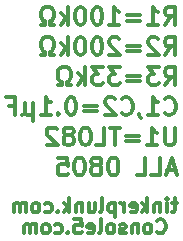
<source format=gbo>
G04 #@! TF.GenerationSoftware,KiCad,Pcbnew,(5.1.5)-3*
G04 #@! TF.CreationDate,2020-06-08T15:14:45-04:00*
G04 #@! TF.ProjectId,Vextrex Buzz Fix,56657874-7265-4782-9042-757a7a204669,rev?*
G04 #@! TF.SameCoordinates,Original*
G04 #@! TF.FileFunction,Legend,Bot*
G04 #@! TF.FilePolarity,Positive*
%FSLAX46Y46*%
G04 Gerber Fmt 4.6, Leading zero omitted, Abs format (unit mm)*
G04 Created by KiCad (PCBNEW (5.1.5)-3) date 2020-06-08 15:14:45*
%MOMM*%
%LPD*%
G04 APERTURE LIST*
%ADD10C,0.300000*%
G04 APERTURE END LIST*
D10*
X154891714Y-114728571D02*
X154948857Y-114785714D01*
X155120285Y-114842857D01*
X155234571Y-114842857D01*
X155406000Y-114785714D01*
X155520285Y-114671428D01*
X155577428Y-114557142D01*
X155634571Y-114328571D01*
X155634571Y-114157142D01*
X155577428Y-113928571D01*
X155520285Y-113814285D01*
X155406000Y-113700000D01*
X155234571Y-113642857D01*
X155120285Y-113642857D01*
X154948857Y-113700000D01*
X154891714Y-113757142D01*
X154206000Y-114842857D02*
X154320285Y-114785714D01*
X154377428Y-114728571D01*
X154434571Y-114614285D01*
X154434571Y-114271428D01*
X154377428Y-114157142D01*
X154320285Y-114100000D01*
X154206000Y-114042857D01*
X154034571Y-114042857D01*
X153920285Y-114100000D01*
X153863142Y-114157142D01*
X153806000Y-114271428D01*
X153806000Y-114614285D01*
X153863142Y-114728571D01*
X153920285Y-114785714D01*
X154034571Y-114842857D01*
X154206000Y-114842857D01*
X153291714Y-114042857D02*
X153291714Y-114842857D01*
X153291714Y-114157142D02*
X153234571Y-114100000D01*
X153120285Y-114042857D01*
X152948857Y-114042857D01*
X152834571Y-114100000D01*
X152777428Y-114214285D01*
X152777428Y-114842857D01*
X152263142Y-114785714D02*
X152148857Y-114842857D01*
X151920285Y-114842857D01*
X151806000Y-114785714D01*
X151748857Y-114671428D01*
X151748857Y-114614285D01*
X151806000Y-114500000D01*
X151920285Y-114442857D01*
X152091714Y-114442857D01*
X152206000Y-114385714D01*
X152263142Y-114271428D01*
X152263142Y-114214285D01*
X152206000Y-114100000D01*
X152091714Y-114042857D01*
X151920285Y-114042857D01*
X151806000Y-114100000D01*
X151063142Y-114842857D02*
X151177428Y-114785714D01*
X151234571Y-114728571D01*
X151291714Y-114614285D01*
X151291714Y-114271428D01*
X151234571Y-114157142D01*
X151177428Y-114100000D01*
X151063142Y-114042857D01*
X150891714Y-114042857D01*
X150777428Y-114100000D01*
X150720285Y-114157142D01*
X150663142Y-114271428D01*
X150663142Y-114614285D01*
X150720285Y-114728571D01*
X150777428Y-114785714D01*
X150891714Y-114842857D01*
X151063142Y-114842857D01*
X149977428Y-114842857D02*
X150091714Y-114785714D01*
X150148857Y-114671428D01*
X150148857Y-113642857D01*
X149063142Y-114785714D02*
X149177428Y-114842857D01*
X149406000Y-114842857D01*
X149520285Y-114785714D01*
X149577428Y-114671428D01*
X149577428Y-114214285D01*
X149520285Y-114100000D01*
X149406000Y-114042857D01*
X149177428Y-114042857D01*
X149063142Y-114100000D01*
X149006000Y-114214285D01*
X149006000Y-114328571D01*
X149577428Y-114442857D01*
X147920285Y-113642857D02*
X148491714Y-113642857D01*
X148548857Y-114214285D01*
X148491714Y-114157142D01*
X148377428Y-114100000D01*
X148091714Y-114100000D01*
X147977428Y-114157142D01*
X147920285Y-114214285D01*
X147863142Y-114328571D01*
X147863142Y-114614285D01*
X147920285Y-114728571D01*
X147977428Y-114785714D01*
X148091714Y-114842857D01*
X148377428Y-114842857D01*
X148491714Y-114785714D01*
X148548857Y-114728571D01*
X147348857Y-114728571D02*
X147291714Y-114785714D01*
X147348857Y-114842857D01*
X147406000Y-114785714D01*
X147348857Y-114728571D01*
X147348857Y-114842857D01*
X146263142Y-114785714D02*
X146377428Y-114842857D01*
X146606000Y-114842857D01*
X146720285Y-114785714D01*
X146777428Y-114728571D01*
X146834571Y-114614285D01*
X146834571Y-114271428D01*
X146777428Y-114157142D01*
X146720285Y-114100000D01*
X146606000Y-114042857D01*
X146377428Y-114042857D01*
X146263142Y-114100000D01*
X145577428Y-114842857D02*
X145691714Y-114785714D01*
X145748857Y-114728571D01*
X145806000Y-114614285D01*
X145806000Y-114271428D01*
X145748857Y-114157142D01*
X145691714Y-114100000D01*
X145577428Y-114042857D01*
X145406000Y-114042857D01*
X145291714Y-114100000D01*
X145234571Y-114157142D01*
X145177428Y-114271428D01*
X145177428Y-114614285D01*
X145234571Y-114728571D01*
X145291714Y-114785714D01*
X145406000Y-114842857D01*
X145577428Y-114842857D01*
X144663142Y-114842857D02*
X144663142Y-114042857D01*
X144663142Y-114157142D02*
X144606000Y-114100000D01*
X144491714Y-114042857D01*
X144320285Y-114042857D01*
X144206000Y-114100000D01*
X144148857Y-114214285D01*
X144148857Y-114842857D01*
X144148857Y-114214285D02*
X144091714Y-114100000D01*
X143977428Y-114042857D01*
X143806000Y-114042857D01*
X143691714Y-114100000D01*
X143634571Y-114214285D01*
X143634571Y-114842857D01*
X156606000Y-112264857D02*
X156148857Y-112264857D01*
X156434571Y-111864857D02*
X156434571Y-112893428D01*
X156377428Y-113007714D01*
X156263142Y-113064857D01*
X156148857Y-113064857D01*
X155748857Y-113064857D02*
X155748857Y-112264857D01*
X155748857Y-111864857D02*
X155806000Y-111922000D01*
X155748857Y-111979142D01*
X155691714Y-111922000D01*
X155748857Y-111864857D01*
X155748857Y-111979142D01*
X155177428Y-112264857D02*
X155177428Y-113064857D01*
X155177428Y-112379142D02*
X155120285Y-112322000D01*
X155006000Y-112264857D01*
X154834571Y-112264857D01*
X154720285Y-112322000D01*
X154663142Y-112436285D01*
X154663142Y-113064857D01*
X154091714Y-113064857D02*
X154091714Y-111864857D01*
X153977428Y-112607714D02*
X153634571Y-113064857D01*
X153634571Y-112264857D02*
X154091714Y-112722000D01*
X152663142Y-113007714D02*
X152777428Y-113064857D01*
X153006000Y-113064857D01*
X153120285Y-113007714D01*
X153177428Y-112893428D01*
X153177428Y-112436285D01*
X153120285Y-112322000D01*
X153006000Y-112264857D01*
X152777428Y-112264857D01*
X152663142Y-112322000D01*
X152606000Y-112436285D01*
X152606000Y-112550571D01*
X153177428Y-112664857D01*
X152091714Y-113064857D02*
X152091714Y-112264857D01*
X152091714Y-112493428D02*
X152034571Y-112379142D01*
X151977428Y-112322000D01*
X151863142Y-112264857D01*
X151748857Y-112264857D01*
X151348857Y-112264857D02*
X151348857Y-113464857D01*
X151348857Y-112322000D02*
X151234571Y-112264857D01*
X151006000Y-112264857D01*
X150891714Y-112322000D01*
X150834571Y-112379142D01*
X150777428Y-112493428D01*
X150777428Y-112836285D01*
X150834571Y-112950571D01*
X150891714Y-113007714D01*
X151006000Y-113064857D01*
X151234571Y-113064857D01*
X151348857Y-113007714D01*
X150091714Y-113064857D02*
X150206000Y-113007714D01*
X150263142Y-112893428D01*
X150263142Y-111864857D01*
X149120285Y-112264857D02*
X149120285Y-113064857D01*
X149634571Y-112264857D02*
X149634571Y-112893428D01*
X149577428Y-113007714D01*
X149463142Y-113064857D01*
X149291714Y-113064857D01*
X149177428Y-113007714D01*
X149120285Y-112950571D01*
X148548857Y-112264857D02*
X148548857Y-113064857D01*
X148548857Y-112379142D02*
X148491714Y-112322000D01*
X148377428Y-112264857D01*
X148206000Y-112264857D01*
X148091714Y-112322000D01*
X148034571Y-112436285D01*
X148034571Y-113064857D01*
X147463142Y-113064857D02*
X147463142Y-111864857D01*
X147348857Y-112607714D02*
X147006000Y-113064857D01*
X147006000Y-112264857D02*
X147463142Y-112722000D01*
X146491714Y-112950571D02*
X146434571Y-113007714D01*
X146491714Y-113064857D01*
X146548857Y-113007714D01*
X146491714Y-112950571D01*
X146491714Y-113064857D01*
X145406000Y-113007714D02*
X145520285Y-113064857D01*
X145748857Y-113064857D01*
X145863142Y-113007714D01*
X145920285Y-112950571D01*
X145977428Y-112836285D01*
X145977428Y-112493428D01*
X145920285Y-112379142D01*
X145863142Y-112322000D01*
X145748857Y-112264857D01*
X145520285Y-112264857D01*
X145406000Y-112322000D01*
X144720285Y-113064857D02*
X144834571Y-113007714D01*
X144891714Y-112950571D01*
X144948857Y-112836285D01*
X144948857Y-112493428D01*
X144891714Y-112379142D01*
X144834571Y-112322000D01*
X144720285Y-112264857D01*
X144548857Y-112264857D01*
X144434571Y-112322000D01*
X144377428Y-112379142D01*
X144320285Y-112493428D01*
X144320285Y-112836285D01*
X144377428Y-112950571D01*
X144434571Y-113007714D01*
X144548857Y-113064857D01*
X144720285Y-113064857D01*
X143806000Y-113064857D02*
X143806000Y-112264857D01*
X143806000Y-112379142D02*
X143748857Y-112322000D01*
X143634571Y-112264857D01*
X143463142Y-112264857D01*
X143348857Y-112322000D01*
X143291714Y-112436285D01*
X143291714Y-113064857D01*
X143291714Y-112436285D02*
X143234571Y-112322000D01*
X143120285Y-112264857D01*
X142948857Y-112264857D01*
X142834571Y-112322000D01*
X142777428Y-112436285D01*
X142777428Y-113064857D01*
X155562714Y-97173571D02*
X156062714Y-96459285D01*
X156419857Y-97173571D02*
X156419857Y-95673571D01*
X155848428Y-95673571D01*
X155705571Y-95745000D01*
X155634142Y-95816428D01*
X155562714Y-95959285D01*
X155562714Y-96173571D01*
X155634142Y-96316428D01*
X155705571Y-96387857D01*
X155848428Y-96459285D01*
X156419857Y-96459285D01*
X154134142Y-97173571D02*
X154991285Y-97173571D01*
X154562714Y-97173571D02*
X154562714Y-95673571D01*
X154705571Y-95887857D01*
X154848428Y-96030714D01*
X154991285Y-96102142D01*
X153491285Y-96387857D02*
X152348428Y-96387857D01*
X152348428Y-96816428D02*
X153491285Y-96816428D01*
X150848428Y-97173571D02*
X151705571Y-97173571D01*
X151277000Y-97173571D02*
X151277000Y-95673571D01*
X151419857Y-95887857D01*
X151562714Y-96030714D01*
X151705571Y-96102142D01*
X149919857Y-95673571D02*
X149777000Y-95673571D01*
X149634142Y-95745000D01*
X149562714Y-95816428D01*
X149491285Y-95959285D01*
X149419857Y-96245000D01*
X149419857Y-96602142D01*
X149491285Y-96887857D01*
X149562714Y-97030714D01*
X149634142Y-97102142D01*
X149777000Y-97173571D01*
X149919857Y-97173571D01*
X150062714Y-97102142D01*
X150134142Y-97030714D01*
X150205571Y-96887857D01*
X150277000Y-96602142D01*
X150277000Y-96245000D01*
X150205571Y-95959285D01*
X150134142Y-95816428D01*
X150062714Y-95745000D01*
X149919857Y-95673571D01*
X148491285Y-95673571D02*
X148348428Y-95673571D01*
X148205571Y-95745000D01*
X148134142Y-95816428D01*
X148062714Y-95959285D01*
X147991285Y-96245000D01*
X147991285Y-96602142D01*
X148062714Y-96887857D01*
X148134142Y-97030714D01*
X148205571Y-97102142D01*
X148348428Y-97173571D01*
X148491285Y-97173571D01*
X148634142Y-97102142D01*
X148705571Y-97030714D01*
X148777000Y-96887857D01*
X148848428Y-96602142D01*
X148848428Y-96245000D01*
X148777000Y-95959285D01*
X148705571Y-95816428D01*
X148634142Y-95745000D01*
X148491285Y-95673571D01*
X147348428Y-97173571D02*
X147348428Y-95673571D01*
X147205571Y-96602142D02*
X146777000Y-97173571D01*
X146777000Y-96173571D02*
X147348428Y-96745000D01*
X146205571Y-97173571D02*
X145848428Y-97173571D01*
X145848428Y-96887857D01*
X145991285Y-96816428D01*
X146134142Y-96673571D01*
X146205571Y-96459285D01*
X146205571Y-96102142D01*
X146134142Y-95887857D01*
X145991285Y-95745000D01*
X145777000Y-95673571D01*
X145491285Y-95673571D01*
X145277000Y-95745000D01*
X145134142Y-95887857D01*
X145062714Y-96102142D01*
X145062714Y-96459285D01*
X145134142Y-96673571D01*
X145277000Y-96816428D01*
X145419857Y-96887857D01*
X145419857Y-97173571D01*
X145062714Y-97173571D01*
X155562714Y-99723571D02*
X156062714Y-99009285D01*
X156419857Y-99723571D02*
X156419857Y-98223571D01*
X155848428Y-98223571D01*
X155705571Y-98295000D01*
X155634142Y-98366428D01*
X155562714Y-98509285D01*
X155562714Y-98723571D01*
X155634142Y-98866428D01*
X155705571Y-98937857D01*
X155848428Y-99009285D01*
X156419857Y-99009285D01*
X154991285Y-98366428D02*
X154919857Y-98295000D01*
X154777000Y-98223571D01*
X154419857Y-98223571D01*
X154277000Y-98295000D01*
X154205571Y-98366428D01*
X154134142Y-98509285D01*
X154134142Y-98652142D01*
X154205571Y-98866428D01*
X155062714Y-99723571D01*
X154134142Y-99723571D01*
X153491285Y-98937857D02*
X152348428Y-98937857D01*
X152348428Y-99366428D02*
X153491285Y-99366428D01*
X151705571Y-98366428D02*
X151634142Y-98295000D01*
X151491285Y-98223571D01*
X151134142Y-98223571D01*
X150991285Y-98295000D01*
X150919857Y-98366428D01*
X150848428Y-98509285D01*
X150848428Y-98652142D01*
X150919857Y-98866428D01*
X151777000Y-99723571D01*
X150848428Y-99723571D01*
X149919857Y-98223571D02*
X149777000Y-98223571D01*
X149634142Y-98295000D01*
X149562714Y-98366428D01*
X149491285Y-98509285D01*
X149419857Y-98795000D01*
X149419857Y-99152142D01*
X149491285Y-99437857D01*
X149562714Y-99580714D01*
X149634142Y-99652142D01*
X149777000Y-99723571D01*
X149919857Y-99723571D01*
X150062714Y-99652142D01*
X150134142Y-99580714D01*
X150205571Y-99437857D01*
X150277000Y-99152142D01*
X150277000Y-98795000D01*
X150205571Y-98509285D01*
X150134142Y-98366428D01*
X150062714Y-98295000D01*
X149919857Y-98223571D01*
X148491285Y-98223571D02*
X148348428Y-98223571D01*
X148205571Y-98295000D01*
X148134142Y-98366428D01*
X148062714Y-98509285D01*
X147991285Y-98795000D01*
X147991285Y-99152142D01*
X148062714Y-99437857D01*
X148134142Y-99580714D01*
X148205571Y-99652142D01*
X148348428Y-99723571D01*
X148491285Y-99723571D01*
X148634142Y-99652142D01*
X148705571Y-99580714D01*
X148777000Y-99437857D01*
X148848428Y-99152142D01*
X148848428Y-98795000D01*
X148777000Y-98509285D01*
X148705571Y-98366428D01*
X148634142Y-98295000D01*
X148491285Y-98223571D01*
X147348428Y-99723571D02*
X147348428Y-98223571D01*
X147205571Y-99152142D02*
X146777000Y-99723571D01*
X146777000Y-98723571D02*
X147348428Y-99295000D01*
X146205571Y-99723571D02*
X145848428Y-99723571D01*
X145848428Y-99437857D01*
X145991285Y-99366428D01*
X146134142Y-99223571D01*
X146205571Y-99009285D01*
X146205571Y-98652142D01*
X146134142Y-98437857D01*
X145991285Y-98295000D01*
X145777000Y-98223571D01*
X145491285Y-98223571D01*
X145277000Y-98295000D01*
X145134142Y-98437857D01*
X145062714Y-98652142D01*
X145062714Y-99009285D01*
X145134142Y-99223571D01*
X145277000Y-99366428D01*
X145419857Y-99437857D01*
X145419857Y-99723571D01*
X145062714Y-99723571D01*
X155562714Y-102273571D02*
X156062714Y-101559285D01*
X156419857Y-102273571D02*
X156419857Y-100773571D01*
X155848428Y-100773571D01*
X155705571Y-100845000D01*
X155634142Y-100916428D01*
X155562714Y-101059285D01*
X155562714Y-101273571D01*
X155634142Y-101416428D01*
X155705571Y-101487857D01*
X155848428Y-101559285D01*
X156419857Y-101559285D01*
X155062714Y-100773571D02*
X154134142Y-100773571D01*
X154634142Y-101345000D01*
X154419857Y-101345000D01*
X154277000Y-101416428D01*
X154205571Y-101487857D01*
X154134142Y-101630714D01*
X154134142Y-101987857D01*
X154205571Y-102130714D01*
X154277000Y-102202142D01*
X154419857Y-102273571D01*
X154848428Y-102273571D01*
X154991285Y-102202142D01*
X155062714Y-102130714D01*
X153491285Y-101487857D02*
X152348428Y-101487857D01*
X152348428Y-101916428D02*
X153491285Y-101916428D01*
X151777000Y-100773571D02*
X150848428Y-100773571D01*
X151348428Y-101345000D01*
X151134142Y-101345000D01*
X150991285Y-101416428D01*
X150919857Y-101487857D01*
X150848428Y-101630714D01*
X150848428Y-101987857D01*
X150919857Y-102130714D01*
X150991285Y-102202142D01*
X151134142Y-102273571D01*
X151562714Y-102273571D01*
X151705571Y-102202142D01*
X151777000Y-102130714D01*
X150348428Y-100773571D02*
X149419857Y-100773571D01*
X149919857Y-101345000D01*
X149705571Y-101345000D01*
X149562714Y-101416428D01*
X149491285Y-101487857D01*
X149419857Y-101630714D01*
X149419857Y-101987857D01*
X149491285Y-102130714D01*
X149562714Y-102202142D01*
X149705571Y-102273571D01*
X150134142Y-102273571D01*
X150277000Y-102202142D01*
X150348428Y-102130714D01*
X148777000Y-102273571D02*
X148777000Y-100773571D01*
X148634142Y-101702142D02*
X148205571Y-102273571D01*
X148205571Y-101273571D02*
X148777000Y-101845000D01*
X147634142Y-102273571D02*
X147277000Y-102273571D01*
X147277000Y-101987857D01*
X147419857Y-101916428D01*
X147562714Y-101773571D01*
X147634142Y-101559285D01*
X147634142Y-101202142D01*
X147562714Y-100987857D01*
X147419857Y-100845000D01*
X147205571Y-100773571D01*
X146919857Y-100773571D01*
X146705571Y-100845000D01*
X146562714Y-100987857D01*
X146491285Y-101202142D01*
X146491285Y-101559285D01*
X146562714Y-101773571D01*
X146705571Y-101916428D01*
X146848428Y-101987857D01*
X146848428Y-102273571D01*
X146491285Y-102273571D01*
X155562714Y-104680714D02*
X155634142Y-104752142D01*
X155848428Y-104823571D01*
X155991285Y-104823571D01*
X156205571Y-104752142D01*
X156348428Y-104609285D01*
X156419857Y-104466428D01*
X156491285Y-104180714D01*
X156491285Y-103966428D01*
X156419857Y-103680714D01*
X156348428Y-103537857D01*
X156205571Y-103395000D01*
X155991285Y-103323571D01*
X155848428Y-103323571D01*
X155634142Y-103395000D01*
X155562714Y-103466428D01*
X154134142Y-104823571D02*
X154991285Y-104823571D01*
X154562714Y-104823571D02*
X154562714Y-103323571D01*
X154705571Y-103537857D01*
X154848428Y-103680714D01*
X154991285Y-103752142D01*
X153419857Y-104752142D02*
X153419857Y-104823571D01*
X153491285Y-104966428D01*
X153562714Y-105037857D01*
X151919857Y-104680714D02*
X151991285Y-104752142D01*
X152205571Y-104823571D01*
X152348428Y-104823571D01*
X152562714Y-104752142D01*
X152705571Y-104609285D01*
X152777000Y-104466428D01*
X152848428Y-104180714D01*
X152848428Y-103966428D01*
X152777000Y-103680714D01*
X152705571Y-103537857D01*
X152562714Y-103395000D01*
X152348428Y-103323571D01*
X152205571Y-103323571D01*
X151991285Y-103395000D01*
X151919857Y-103466428D01*
X151348428Y-103466428D02*
X151277000Y-103395000D01*
X151134142Y-103323571D01*
X150777000Y-103323571D01*
X150634142Y-103395000D01*
X150562714Y-103466428D01*
X150491285Y-103609285D01*
X150491285Y-103752142D01*
X150562714Y-103966428D01*
X151419857Y-104823571D01*
X150491285Y-104823571D01*
X149848428Y-104037857D02*
X148705571Y-104037857D01*
X148705571Y-104466428D02*
X149848428Y-104466428D01*
X147705571Y-103323571D02*
X147562714Y-103323571D01*
X147419857Y-103395000D01*
X147348428Y-103466428D01*
X147277000Y-103609285D01*
X147205571Y-103895000D01*
X147205571Y-104252142D01*
X147277000Y-104537857D01*
X147348428Y-104680714D01*
X147419857Y-104752142D01*
X147562714Y-104823571D01*
X147705571Y-104823571D01*
X147848428Y-104752142D01*
X147919857Y-104680714D01*
X147991285Y-104537857D01*
X148062714Y-104252142D01*
X148062714Y-103895000D01*
X147991285Y-103609285D01*
X147919857Y-103466428D01*
X147848428Y-103395000D01*
X147705571Y-103323571D01*
X146562714Y-104680714D02*
X146491285Y-104752142D01*
X146562714Y-104823571D01*
X146634142Y-104752142D01*
X146562714Y-104680714D01*
X146562714Y-104823571D01*
X145062714Y-104823571D02*
X145919857Y-104823571D01*
X145491285Y-104823571D02*
X145491285Y-103323571D01*
X145634142Y-103537857D01*
X145777000Y-103680714D01*
X145919857Y-103752142D01*
X144419857Y-103823571D02*
X144419857Y-105323571D01*
X143705571Y-104609285D02*
X143634142Y-104752142D01*
X143491285Y-104823571D01*
X144419857Y-104609285D02*
X144348428Y-104752142D01*
X144205571Y-104823571D01*
X143919857Y-104823571D01*
X143777000Y-104752142D01*
X143705571Y-104609285D01*
X143705571Y-103823571D01*
X142348428Y-104037857D02*
X142848428Y-104037857D01*
X142848428Y-104823571D02*
X142848428Y-103323571D01*
X142134142Y-103323571D01*
X156419857Y-105873571D02*
X156419857Y-107087857D01*
X156348428Y-107230714D01*
X156277000Y-107302142D01*
X156134142Y-107373571D01*
X155848428Y-107373571D01*
X155705571Y-107302142D01*
X155634142Y-107230714D01*
X155562714Y-107087857D01*
X155562714Y-105873571D01*
X154062714Y-107373571D02*
X154919857Y-107373571D01*
X154491285Y-107373571D02*
X154491285Y-105873571D01*
X154634142Y-106087857D01*
X154777000Y-106230714D01*
X154919857Y-106302142D01*
X153419857Y-106587857D02*
X152277000Y-106587857D01*
X152277000Y-107016428D02*
X153419857Y-107016428D01*
X151777000Y-105873571D02*
X150919857Y-105873571D01*
X151348428Y-107373571D02*
X151348428Y-105873571D01*
X149705571Y-107373571D02*
X150419857Y-107373571D01*
X150419857Y-105873571D01*
X148919857Y-105873571D02*
X148777000Y-105873571D01*
X148634142Y-105945000D01*
X148562714Y-106016428D01*
X148491285Y-106159285D01*
X148419857Y-106445000D01*
X148419857Y-106802142D01*
X148491285Y-107087857D01*
X148562714Y-107230714D01*
X148634142Y-107302142D01*
X148777000Y-107373571D01*
X148919857Y-107373571D01*
X149062714Y-107302142D01*
X149134142Y-107230714D01*
X149205571Y-107087857D01*
X149277000Y-106802142D01*
X149277000Y-106445000D01*
X149205571Y-106159285D01*
X149134142Y-106016428D01*
X149062714Y-105945000D01*
X148919857Y-105873571D01*
X147562714Y-106516428D02*
X147705571Y-106445000D01*
X147777000Y-106373571D01*
X147848428Y-106230714D01*
X147848428Y-106159285D01*
X147777000Y-106016428D01*
X147705571Y-105945000D01*
X147562714Y-105873571D01*
X147277000Y-105873571D01*
X147134142Y-105945000D01*
X147062714Y-106016428D01*
X146991285Y-106159285D01*
X146991285Y-106230714D01*
X147062714Y-106373571D01*
X147134142Y-106445000D01*
X147277000Y-106516428D01*
X147562714Y-106516428D01*
X147705571Y-106587857D01*
X147777000Y-106659285D01*
X147848428Y-106802142D01*
X147848428Y-107087857D01*
X147777000Y-107230714D01*
X147705571Y-107302142D01*
X147562714Y-107373571D01*
X147277000Y-107373571D01*
X147134142Y-107302142D01*
X147062714Y-107230714D01*
X146991285Y-107087857D01*
X146991285Y-106802142D01*
X147062714Y-106659285D01*
X147134142Y-106587857D01*
X147277000Y-106516428D01*
X146419857Y-106016428D02*
X146348428Y-105945000D01*
X146205571Y-105873571D01*
X145848428Y-105873571D01*
X145705571Y-105945000D01*
X145634142Y-106016428D01*
X145562714Y-106159285D01*
X145562714Y-106302142D01*
X145634142Y-106516428D01*
X146491285Y-107373571D01*
X145562714Y-107373571D01*
X156491285Y-109495000D02*
X155777000Y-109495000D01*
X156634142Y-109923571D02*
X156134142Y-108423571D01*
X155634142Y-109923571D01*
X154419857Y-109923571D02*
X155134142Y-109923571D01*
X155134142Y-108423571D01*
X153205571Y-109923571D02*
X153919857Y-109923571D01*
X153919857Y-108423571D01*
X151277000Y-108423571D02*
X151134142Y-108423571D01*
X150991285Y-108495000D01*
X150919857Y-108566428D01*
X150848428Y-108709285D01*
X150777000Y-108995000D01*
X150777000Y-109352142D01*
X150848428Y-109637857D01*
X150919857Y-109780714D01*
X150991285Y-109852142D01*
X151134142Y-109923571D01*
X151277000Y-109923571D01*
X151419857Y-109852142D01*
X151491285Y-109780714D01*
X151562714Y-109637857D01*
X151634142Y-109352142D01*
X151634142Y-108995000D01*
X151562714Y-108709285D01*
X151491285Y-108566428D01*
X151419857Y-108495000D01*
X151277000Y-108423571D01*
X149919857Y-109066428D02*
X150062714Y-108995000D01*
X150134142Y-108923571D01*
X150205571Y-108780714D01*
X150205571Y-108709285D01*
X150134142Y-108566428D01*
X150062714Y-108495000D01*
X149919857Y-108423571D01*
X149634142Y-108423571D01*
X149491285Y-108495000D01*
X149419857Y-108566428D01*
X149348428Y-108709285D01*
X149348428Y-108780714D01*
X149419857Y-108923571D01*
X149491285Y-108995000D01*
X149634142Y-109066428D01*
X149919857Y-109066428D01*
X150062714Y-109137857D01*
X150134142Y-109209285D01*
X150205571Y-109352142D01*
X150205571Y-109637857D01*
X150134142Y-109780714D01*
X150062714Y-109852142D01*
X149919857Y-109923571D01*
X149634142Y-109923571D01*
X149491285Y-109852142D01*
X149419857Y-109780714D01*
X149348428Y-109637857D01*
X149348428Y-109352142D01*
X149419857Y-109209285D01*
X149491285Y-109137857D01*
X149634142Y-109066428D01*
X148419857Y-108423571D02*
X148277000Y-108423571D01*
X148134142Y-108495000D01*
X148062714Y-108566428D01*
X147991285Y-108709285D01*
X147919857Y-108995000D01*
X147919857Y-109352142D01*
X147991285Y-109637857D01*
X148062714Y-109780714D01*
X148134142Y-109852142D01*
X148277000Y-109923571D01*
X148419857Y-109923571D01*
X148562714Y-109852142D01*
X148634142Y-109780714D01*
X148705571Y-109637857D01*
X148777000Y-109352142D01*
X148777000Y-108995000D01*
X148705571Y-108709285D01*
X148634142Y-108566428D01*
X148562714Y-108495000D01*
X148419857Y-108423571D01*
X146562714Y-108423571D02*
X147277000Y-108423571D01*
X147348428Y-109137857D01*
X147277000Y-109066428D01*
X147134142Y-108995000D01*
X146777000Y-108995000D01*
X146634142Y-109066428D01*
X146562714Y-109137857D01*
X146491285Y-109280714D01*
X146491285Y-109637857D01*
X146562714Y-109780714D01*
X146634142Y-109852142D01*
X146777000Y-109923571D01*
X147134142Y-109923571D01*
X147277000Y-109852142D01*
X147348428Y-109780714D01*
M02*

</source>
